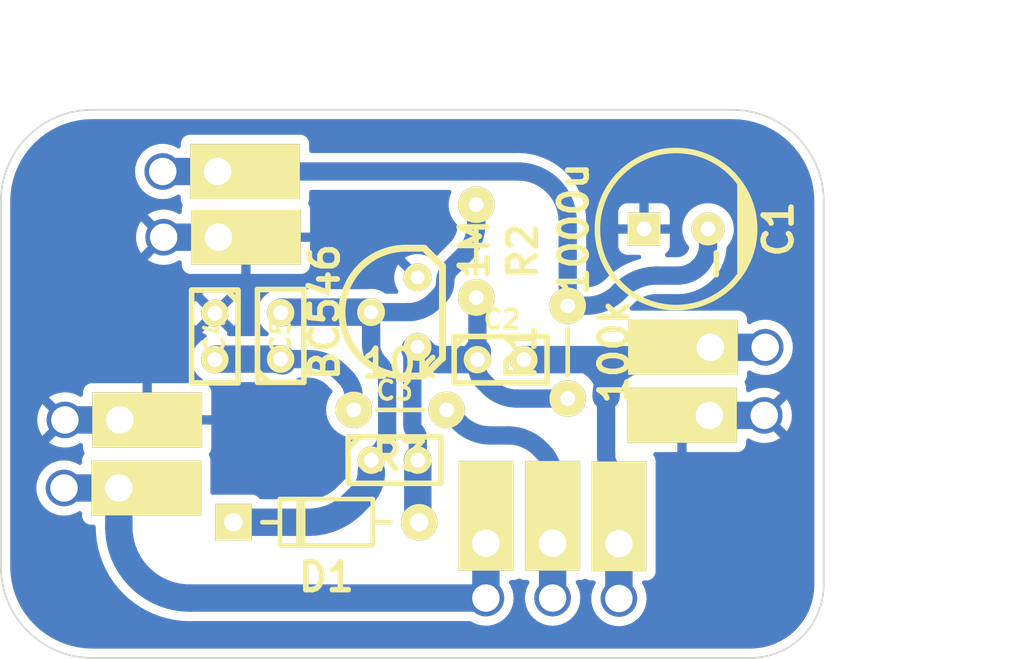
<source format=kicad_pcb>
(kicad_pcb (version 20211014) (generator pcbnew)
  (title_block (title "Distorder") (date "2022-09-23") (rev "0.1") (company "EEST N5") (comment 1 "Autor: Santiago Dal Degan"))
  (layers (0 "F.Cu" signal) (31 "B.Cu" signal) (34 "B.Paste" user) (35 "F.Paste" user) (36 "B.SilkS" user "B.Silkscreen") (37 "F.SilkS" user "F.Silkscreen") (38 "B.Mask" user) (39 "F.Mask" user) (44 "Edge.Cuts" user))
  (net 0 "")
  (net 1 "GND")
  (net 2 "VCC")
  (net 3 "Net-(C2-Pad1)")
  (net 4 "Net-(C2-Pad2)")
  (net 5 "Net-(C3-Pad1)")
  (net 6 "Net-(C4-Pad1)")
  (net 7 "Net-(J4-Pad1)")
  (net 8 "Net-(J7-Pad1)")
  (footprint "EESTN5:RES0.2" (layer "F.Cu") (at 147.665 79.4375)
    (fp_text reference "R3" (at 0 2.54) (layer "F.SilkS") (effects (font (size 1.524 1.524) (thickness 0.3048))))
    (fp_text value locked "10k" (at 0 -2.54) (layer "F.SilkS") (effects (font (size 1.524 1.524) (thickness 0.3048))))
    (fp_line (start -1.27 0) (end 1.27 0) (layer "F.SilkS") (width 0.254))
    (fp_circle (center -2.54 0) (end -2.159 0) (layer "F.SilkS") (width 0.3048) (fill none))
    (pad "1" thru_hole circle locked (at -2.54 0) (size 1.99898 1.99898) (drill 0.8001) (layers *.Cu *.Mask "F.SilkS") (net 6 "Net-(C4-Pad1)"))
    (pad "2" thru_hole circle locked (at 2.54 0) (size 1.99898 1.99898) (drill 0.8001) (layers *.Cu *.Mask "F.SilkS") (net 8 "Net-(J7-Pad1)"))
  )
  (footprint "EESTN5:Cable_Doble_1,5mm" (layer "F.Cu") (at 137.725 69.9875 90)
    (fp_text reference "J1" hide)
    (fp_text value "pw-" hide)
    (pad "1" thru_hole rect locked (at 0 0 90) (size 3 6) (drill 1.5 (offset 0 1.5)) (layers *.Cu "F.SilkS") (net 1 "GND"))
    (pad "1" thru_hole circle locked (at 0 -3 90) (size 2 2) (drill 1.5) (layers *.Cu *.Mask) (net 1 "GND"))
    (pad "1" thru_hole circle locked (at 0 0 90) (size 1.524 1.524) (drill 0.762) (layers *.Cu *.Mask) (net 1 "GND"))
  )
  (footprint "EESTN5:Cable_Doble_1,5mm" (layer "F.Cu") (at 164.575 79.7375 -90)
    (fp_text reference "J8" hide)
    (fp_text value "Out-" hide)
    (pad "1" thru_hole circle locked (at 0 -3 270) (size 2 2) (drill 1.5) (layers *.Cu *.Mask) (net 1 "GND"))
    (pad "1" thru_hole rect locked (at 0 0 270) (size 3 6) (drill 1.5 (offset 0 1.5)) (layers *.Cu "F.SilkS") (net 1 "GND"))
    (pad "1" thru_hole circle locked (at 0 0 270) (size 1.524 1.524) (drill 0.762) (layers *.Cu *.Mask) (net 1 "GND"))
  )
  (footprint "EESTN5:CAP_0.1" (layer "F.Cu") (at 153.155 76.6875)
    (fp_text reference "C2" (at 0.07 -2.2) (layer "F.SilkS") (effects (font (size 1.016 1.016) (thickness 0.2032))))
    (fp_text value "100n" hide)
    (fp_line (start 2.54 1.27) (end -2.54 1.27) (layer "F.SilkS") (width 0.3048))
    (fp_line (start -2.54 -0.635) (end -1.905 -1.27) (layer "F.SilkS") (width 0.3048))
    (fp_line (start -2.54 1.27) (end -2.54 -1.27) (layer "F.SilkS") (width 0.3048))
    (fp_line (start 2.54 -1.27) (end 2.54 1.27) (layer "F.SilkS") (width 0.3048))
    (fp_line (start -2.4892 -1.27) (end 2.54 -1.27) (layer "F.SilkS") (width 0.3048))
    (pad "1" thru_hole circle locked (at -1.27 0) (size 1.50114 1.50114) (drill 0.8001) (layers *.Cu *.Mask "F.SilkS") (net 3 "Net-(C2-Pad1)"))
    (pad "2" thru_hole circle locked (at 1.27 0) (size 1.50114 1.50114) (drill 0.8001) (layers *.Cu *.Mask "F.SilkS") (net 4 "Net-(C2-Pad2)"))
  )
  (footprint "EESTN5:Cable_Doble_1,5mm" (layer "F.Cu") (at 132.325 79.9875 90)
    (fp_text reference "J9" hide)
    (fp_text value "In-" hide)
    (pad "1" thru_hole circle locked (at 0 -3 90) (size 2 2) (drill 1.5) (layers *.Cu *.Mask) (net 1 "GND"))
    (pad "1" thru_hole circle locked (at 0 0 90) (size 1.524 1.524) (drill 0.762) (layers *.Cu *.Mask) (net 1 "GND"))
    (pad "1" thru_hole rect locked (at 0 0 90) (size 3 6) (drill 1.5 (offset 0 1.5)) (layers *.Cu "F.SilkS") (net 1 "GND"))
  )
  (footprint "EESTN5:CAP_0.1" (layer "F.Cu") (at 147.355 82.1875)
    (fp_text reference "C3" (at 0 -3.81) (layer "F.SilkS") (effects (font (size 1.016 1.016) (thickness 0.2032))))
    (fp_text value "47p" hide)
    (fp_line (start 2.54 -1.27) (end 2.54 1.27) (layer "F.SilkS") (width 0.3048))
    (fp_line (start -2.54 1.27) (end -2.54 -1.27) (layer "F.SilkS") (width 0.3048))
    (fp_line (start 2.54 1.27) (end -2.54 1.27) (layer "F.SilkS") (width 0.3048))
    (fp_line (start -2.54 -0.635) (end -1.905 -1.27) (layer "F.SilkS") (width 0.3048))
    (fp_line (start -2.4892 -1.27) (end 2.54 -1.27) (layer "F.SilkS") (width 0.3048))
    (pad "1" thru_hole circle locked (at -1.27 0) (size 1.50114 1.50114) (drill 0.8001) (layers *.Cu *.Mask "F.SilkS") (net 5 "Net-(C3-Pad1)"))
    (pad "2" thru_hole circle locked (at 1.27 0) (size 1.50114 1.50114) (drill 0.8001) (layers *.Cu *.Mask "F.SilkS") (net 3 "Net-(C2-Pad1)"))
  )
  (footprint "EESTN5:to92" (layer "F.Cu") (at 147.975 74.0875 90)
    (fp_text reference "Q1" hide)
    (fp_text value "BC546" (at 0 -4.445 90) (layer "F.SilkS") (effects (font (size 1.524 1.524) (thickness 0.3048))))
    (fp_line (start -2.5 2) (end -3.5 1) (layer "F.SilkS") (width 0.381))
    (fp_line (start 3.5 1) (end 3.5 0) (layer "F.SilkS") (width 0.381))
    (fp_line (start -3.5 1) (end -3.5 0) (layer "F.SilkS") (width 0.381))
    (fp_line (start 2.54 2) (end -2.54 2) (layer "F.SilkS") (width 0.381))
    (fp_line (start 2.5 2) (end 3.5 1) (layer "F.SilkS") (width 0.381))
    (fp_arc (start -3.5 0) (mid 0 -3.5) (end 3.5 0) (layer "F.SilkS") (width 0.381))
    (pad "1" thru_hole circle locked (at -1.905 0.635 90) (size 1.524 1.524) (drill 0.762) (layers *.Cu *.Mask "F.SilkS") (net 3 "Net-(C2-Pad1)"))
    (pad "2" thru_hole circle locked (at 0 -1.905 90) (size 1.524 1.524) (drill 0.762) (layers *.Cu *.Mask "F.SilkS") (net 5 "Net-(C3-Pad1)"))
    (pad "3" thru_hole circle locked (at 1.905 0.635 90) (size 1.524 1.524) (drill 0.762) (layers *.Cu *.Mask "F.SilkS") (net 1 "GND"))
  )
  (footprint "EESTN5:CAP_ELEC_8x11.5mm" (layer "F.Cu") (at 162.75 69.5375 -90)
    (fp_text reference "C1" (at 0 -5.6 90) (layer "F.SilkS") (effects (font (size 1.524 1.524) (thickness 0.3048))))
    (fp_text value "1000u" (at 0 5.6 90) (layer "F.SilkS") (effects (font (size 1.524 1.524) (thickness 0.3048))))
    (fp_line (start -2.4 -3.5) (end 2.4 -3.5) (layer "F.SilkS") (width 0.3048))
    (fp_line (start -0.8 -4.1) (end 0.9 -4.1) (layer "F.SilkS") (width 0.3048))
    (fp_line (start 1.3 -2.2) (end 2.5 -2.2) (layer "F.SilkS") (width 0.3))
    (fp_line (start -1.8 -3.7) (end 1.8 -3.7) (layer "F.SilkS") (width 0.3048))
    (fp_line (start -1.4 -3.9) (end 1.4 -3.9) (layer "F.SilkS") (width 0.3048))
    (fp_circle (center 0 0) (end -4.3 0) (layer "F.SilkS") (width 0.3048) (fill none))
    (pad "1" thru_hole rect locked (at 0 1.75 270) (size 1.8 1.8) (drill 0.8) (layers *.Cu *.Mask "F.SilkS") (net 1 "GND"))
    (pad "2" thru_hole circle locked (at 0 -1.75 270) (size 1.8 1.8) (drill 0.8) (layers *.Cu *.Mask "F.SilkS") (net 2 "VCC"))
  )
  (footprint "EESTN5:RES0.2" (layer "F.Cu") (at 156.825 76.2775 -90)
    (fp_text reference "R1" (at 0 2.54 90) (layer "F.SilkS") (effects (font (size 1.524 1.524) (thickness 0.3048))))
    (fp_text value "100k" (at 0 -2.54 90) (layer "F.SilkS") (effects (font (size 1.524 1.524) (thickness 0.3048))))
    (fp_line (start -1.27 0) (end 1.27 0) (layer "F.SilkS") (width 0.254))
    (fp_circle (center -2.54 0) (end -2.159 0) (layer "F.SilkS") (width 0.3048) (fill none))
    (pad "1" thru_hole circle locked (at -2.54 0 270) (size 1.99898 1.99898) (drill 0.8001) (layers *.Cu *.Mask "F.SilkS") (net 2 "VCC"))
    (pad "2" thru_hole circle locked (at 2.54 0 270) (size 1.99898 1.99898) (drill 0.8001) (layers *.Cu *.Mask "F.SilkS") (net 3 "Net-(C2-Pad1)"))
  )
  (footprint "EESTN5:CAP_0.1" (layer "F.Cu") (at 141.125 75.3875 90)
    (fp_text reference "C4" (at 0 -3.6 90) (layer "F.SilkS") (effects (font (size 1.016 1.016) (thickness 0.2032))))
    (fp_text value "150n" hide)
    (fp_line (start 2.54 1.27) (end -2.54 1.27) (layer "F.SilkS") (width 0.3048))
    (fp_line (start 2.54 -1.27) (end 2.54 1.27) (layer "F.SilkS") (width 0.3048))
    (fp_line (start -2.54 1.27) (end -2.54 -1.27) (layer "F.SilkS") (width 0.3048))
    (fp_line (start -2.54 -0.635) (end -1.905 -1.27) (layer "F.SilkS") (width 0.3048))
    (fp_line (start -2.4892 -1.27) (end 2.54 -1.27) (layer "F.SilkS") (width 0.3048))
    (pad "1" thru_hole circle locked (at -1.27 0 90) (size 1.50114 1.50114) (drill 0.8001) (layers *.Cu *.Mask "F.SilkS") (net 6 "Net-(C4-Pad1)"))
    (pad "2" thru_hole circle locked (at 1.27 0 90) (size 1.50114 1.50114) (drill 0.8001) (layers *.Cu *.Mask "F.SilkS") (net 5 "Net-(C3-Pad1)"))
  )
  (footprint "EESTN5:Cable_Doble_1,5mm" (layer "F.Cu") (at 132.275 83.7125 90)
    (fp_text reference "J4" hide)
    (fp_text value "In+" hide)
    (pad "1" thru_hole rect locked (at 0 0 90) (size 3 6) (drill 1.5 (offset 0 1.5)) (layers *.Cu "F.SilkS") (net 7 "Net-(J4-Pad1)"))
    (pad "1" thru_hole circle locked (at 0 -3 90) (size 2 2) (drill 1.5) (layers *.Cu *.Mask) (net 7 "Net-(J4-Pad1)"))
    (pad "1" thru_hole circle locked (at 0 0 90) (size 1.524 1.524) (drill 0.762) (layers *.Cu *.Mask) (net 7 "Net-(J4-Pad1)"))
  )
  (footprint "EESTN5:RES0.2" (layer "F.Cu") (at 151.825 70.7475 90)
    (fp_text reference "R2" (at 0 2.54 90) (layer "F.SilkS") (effects (font (size 1.524 1.524) (thickness 0.3048))))
    (fp_text value "1M" (at 0.09 -0.1 90) (layer "F.SilkS") (effects (font (size 1.524 1.524) (thickness 0.3048))))
    (fp_line (start -1.27 0) (end 1.27 0) (layer "F.SilkS") (width 0.254))
    (fp_circle (center -2.54 0) (end -2.159 0) (layer "F.SilkS") (width 0.3048) (fill none))
    (pad "1" thru_hole circle locked (at -2.54 0 90) (size 1.99898 1.99898) (drill 0.8001) (layers *.Cu *.Mask "F.SilkS") (net 3 "Net-(C2-Pad1)"))
    (pad "2" thru_hole circle locked (at 2.54 0 90) (size 1.99898 1.99898) (drill 0.8001) (layers *.Cu *.Mask "F.SilkS") (net 5 "Net-(C3-Pad1)"))
  )
  (footprint "EESTN5:Cable_Doble_1,5mm" (layer "F.Cu") (at 159.625 86.7625 180)
    (fp_text reference "J6" hide)
    (fp_text value "Switch" hide)
    (pad "1" thru_hole rect locked (at 0 0 180) (size 3 6) (drill 1.5 (offset 0 1.5)) (layers *.Cu "F.SilkS") (net 4 "Net-(C2-Pad2)"))
    (pad "1" thru_hole circle locked (at 0 -3 180) (size 2 2) (drill 1.5) (layers *.Cu *.Mask) (net 4 "Net-(C2-Pad2)"))
    (pad "1" thru_hole circle locked (at 0 0 180) (size 1.524 1.524) (drill 0.762) (layers *.Cu *.Mask) (net 4 "Net-(C2-Pad2)"))
  )
  (footprint "EESTN5:Cable_Doble_1,5mm" (layer "F.Cu") (at 156 86.7375 180)
    (fp_text reference "J7" hide)
    (fp_text value "Switch" hide)
    (pad "1" thru_hole circle locked (at 0 0 180) (size 1.524 1.524) (drill 0.762) (layers *.Cu *.Mask) (net 8 "Net-(J7-Pad1)"))
    (pad "1" thru_hole circle locked (at 0 -3 180) (size 2 2) (drill 1.5) (layers *.Cu *.Mask) (net 8 "Net-(J7-Pad1)"))
    (pad "1" thru_hole rect locked (at 0 0 180) (size 3 6) (drill 1.5 (offset 0 1.5)) (layers *.Cu "F.SilkS") (net 8 "Net-(J7-Pad1)"))
  )
  (footprint "EESTN5:Cable_Doble_1,5mm" (layer "F.Cu") (at 137.675 66.3875 90)
    (fp_text reference "J2" hide)
    (fp_text value "pw+" hide)
    (pad "1" thru_hole circle locked (at 0 0 90) (size 1.524 1.524) (drill 0.762) (layers *.Cu *.Mask) (net 2 "VCC"))
    (pad "1" thru_hole circle locked (at 0 -3 90) (size 2 2) (drill 1.5) (layers *.Cu *.Mask) (net 2 "VCC"))
    (pad "1" thru_hole rect locked (at 0 0 90) (size 3 6) (drill 1.5 (offset 0 1.5)) (layers *.Cu "F.SilkS") (net 2 "VCC"))
  )
  (footprint "EESTN5:Cable_Doble_1,5mm" (layer "F.Cu") (at 164.625 76.0125 -90)
    (fp_text reference "J3" hide)
    (fp_text value "Out+" hide)
    (pad "1" thru_hole rect locked (at 0 0 270) (size 3 6) (drill 1.5 (offset 0 1.5)) (layers *.Cu "F.SilkS") (net 4 "Net-(C2-Pad2)"))
    (pad "1" thru_hole circle locked (at 0 0 270) (size 1.524 1.524) (drill 0.762) (layers *.Cu *.Mask) (net 4 "Net-(C2-Pad2)"))
    (pad "1" thru_hole circle locked (at 0 -3 270) (size 2 2) (drill 1.5) (layers *.Cu *.Mask) (net 4 "Net-(C2-Pad2)"))
  )
  (footprint "EESTN5:CAP_0.1" (layer "F.Cu") (at 137.525 75.4175 -90)
    (fp_text reference "C5" (at -0.03 -3.6 90) (layer "F.SilkS") (effects (font (size 1.016 1.016) (thickness 0.2032))))
    (fp_text value "180p" hide)
    (fp_line (start -2.4892 -1.27) (end 2.54 -1.27) (layer "F.SilkS") (width 0.3048))
    (fp_line (start 2.54 -1.27) (end 2.54 1.27) (layer "F.SilkS") (width 0.3048))
    (fp_line (start -2.54 1.27) (end -2.54 -1.27) (layer "F.SilkS") (width 0.3048))
    (fp_line (start 2.54 1.27) (end -2.54 1.27) (layer "F.SilkS") (width 0.3048))
    (fp_line (start -2.54 -0.635) (end -1.905 -1.27) (layer "F.SilkS") (width 0.3048))
    (pad "1" thru_hole circle locked (at -1.27 0 270) (size 1.50114 1.50114) (drill 0.8001) (layers *.Cu *.Mask "F.SilkS") (net 1 "GND"))
    (pad "2" thru_hole circle locked (at 1.27 0 270) (size 1.50114 1.50114) (drill 0.8001) (layers *.Cu *.Mask "F.SilkS") (net 6 "Net-(C4-Pad1)"))
  )
  (footprint "EESTN5:Cable_Doble_1,5mm" (layer "F.Cu") (at 152.35 86.7375 180)
    (fp_text reference "J5" hide)
    (fp_text value "Switch Mid" hide)
    (pad "1" thru_hole rect locked (at 0 0 180) (size 3 6) (drill 1.5 (offset 0 1.5)) (layers *.Cu "F.SilkS") (net 7 "Net-(J4-Pad1)"))
    (pad "1" thru_hole circle locked (at 0 0 180) (size 1.524 1.524) (drill 0.762) (layers *.Cu *.Mask) (net 7 "Net-(J4-Pad1)"))
    (pad "1" thru_hole circle locked (at 0 -3 180) (size 2 2) (drill 1.5) (layers *.Cu *.Mask) (net 7 "Net-(J4-Pad1)"))
  )
  (footprint "EESTN5:DO-41" (layer "F.Cu") (at 143.625 85.5875 180)
    (fp_text reference "D1" (at 0 -3) (layer "F.SilkS") (effects (font (size 1.524 1.524) (thickness 0.3048))))
    (fp_text value "1n4007" hide)
    (fp_line (start 3.5 0) (end 2.54 0) (layer "F.SilkS") (width 0.254))
    (fp_line (start -2.54 -1.27) (end -2.54 1.27) (layer "F.SilkS") (width 0.254))
    (fp_line (start 1.27 -1.27) (end 1.27 1.27) (layer "F.SilkS") (width 0.254))
    (fp_line (start 2.54 -1.27) (end 2.54 1.27) (layer "F.SilkS") (width 0.254))
    (fp_line (start -2.54 -1.27) (end 2.54 -1.27) (layer "F.SilkS") (width 0.254))
    (fp_line (start 2.54 1.27) (end -2.54 1.27) (layer "F.SilkS") (width 0.254))
    (fp_line (start 1.524 1.27) (end 1.524 -1.27) (layer "F.SilkS") (width 0.254))
    (fp_line (start -2.54 0) (end -3.5 0) (layer "F.SilkS") (width 0.254))
    (pad "1" thru_hole circle locked (at -5.08 0 180) (size 1.99898 1.99898) (drill 1.00076) (layers *.Cu *.Mask "F.SilkS") (net 3 "Net-(C2-Pad1)"))
    (pad "2" thru_hole rect locked (at 5.08 0 180) (size 1.99898 1.99898) (drill 1.00076) (layers *.Cu *.Mask "F.SilkS") (net 5 "Net-(C3-Pad1)"))
  )
  (gr_line (start 165.825 63.0125) (end 130.825 63.0125) (layer "Edge.Cuts") (width 0.1))
  (gr_line (start 130.825 93.0125) (end 166.825 93.0125) (layer "Edge.Cuts") (width 0.1))
  (gr_arc (start 130.825 93.0125) (mid 127.289466 91.548034) (end 125.825 88.0125) (layer "Edge.Cuts") (width 0.1))
  (gr_arc (start 165.825 63.0125) (mid 169.360534 64.476966) (end 170.825 68.0125) (layer "Edge.Cuts") (width 0.1))
  (gr_arc (start 125.825 68.0125) (mid 127.289466 64.476966) (end 130.825 63.0125) (layer "Edge.Cuts") (width 0.1))
  (gr_arc (start 170.825 89.0125) (mid 169.653427 91.840927) (end 166.825 93.0125) (layer "Edge.Cuts") (width 0.1))
  (gr_line (start 125.825 68.0125) (end 125.825 88.0125) (layer "Edge.Cuts") (width 0.1))
  (gr_line (start 170.825 68.0125) (end 170.825 89.0125) (layer "Edge.Cuts") (width 0.1))
  (segment (start 132.300251 79.9875) (end 129.325 79.9875) (width 1.5) (layer "B.Cu") (net 1))
  (segment (start 132.3425 80.005) (end 132.36 80.0225) (width 1.5) (layer "B.Cu") (net 1))
  (segment (start 167.575 79.7375) (end 164.575 79.7375) (width 1.5) (layer "B.Cu") (net 1))
  (segment (start 134.725 69.9875) (end 137.725 69.9875) (width 1.5) (layer "B.Cu") (net 1))
  (arc (start 132.3425 80.005) (mid 132.323116 79.992048) (end 132.300251 79.9875) (width 1.5) (layer "B.Cu") (net 1))
  (segment (start 156.825 73.7375) (end 157.85 73.7375) (width 1) (layer "B.Cu") (net 2))
  (segment (start 159.599784 73.012715) (end 159.7 72.9125) (width 1) (layer "B.Cu") (net 2))
  (segment (start 137.675 66.3875) (end 154.093629 66.3875) (width 1) (layer "B.Cu") (net 2))
  (segment (start 137.675 66.3875) (end 134.675 66.3875) (width 1.5) (layer "B.Cu") (net 2))
  (segment (start 156.825 69.11887) (end 156.825 73.7375) (width 1) (layer "B.Cu") (net 2))
  (segment (start 164.5 70.42307) (end 164.5 69.5375) (width 1) (layer "B.Cu") (net 2))
  (segment (start 161.691726 72.0875) (end 162.83557 72.0875) (width 1) (layer "B.Cu") (net 2))
  (arc (start 164.5 70.42307) (mid 164.373302 71.06002) (end 164.0125 71.6) (width 1) (layer "B.Cu") (net 2))
  (arc (start 156.025 67.1875) (mid 155.138879 66.595413) (end 154.093629 66.3875) (width 1) (layer "B.Cu") (net 2))
  (arc (start 161.691726 72.0875) (mid 160.613811 72.30191) (end 159.7 72.9125) (width 1) (layer "B.Cu") (net 2))
  (arc (start 164.0125 71.6) (mid 163.47252 71.960802) (end 162.83557 72.0875) (width 1) (layer "B.Cu") (net 2))
  (arc (start 159.599784 73.012715) (mid 158.796976 73.549134) (end 157.85 73.7375) (width 1) (layer "B.Cu") (net 2))
  (arc (start 156.825 69.11887) (mid 156.617086 68.07362) (end 156.025 67.1875) (width 1) (layer "B.Cu") (net 2))
  (segment (start 152.189055 77.851555) (end 152.52 78.1825) (width 1) (layer "B.Cu") (net 3))
  (segment (start 148.625 82.176893) (end 148.625 82.198106) (width 1) (layer "B.Cu") (net 3))
  (segment (start 151.455 76.6875) (end 149.796439 76.6875) (width 1.5) (layer "B.Cu") (net 3))
  (segment (start 148.665 85.5475) (end 148.705 85.5875) (width 1.5) (layer "B.Cu") (net 3))
  (segment (start 154.053025 78.8175) (end 156.825 78.8175) (width 1) (layer "B.Cu") (net 3))
  (segment (start 148.6175 82.18) (end 148.61 82.1725) (width 1.5) (layer "B.Cu") (net 3))
  (segment (start 148.325 76.479025) (end 148.325 80.250367) (width 1) (layer "B.Cu") (net 3))
  (segment (start 148.9575 76.34) (end 148.7525 76.135) (width 1.5) (layer "B.Cu") (net 3))
  (segment (start 151.855 73.3175) (end 151.825 73.2875) (width 1) (layer "B.Cu") (net 3))
  (segment (start 148.625 80.974632) (end 148.625 82.176893) (width 1) (layer "B.Cu") (net 3))
  (segment (start 148.625 82.198106) (end 148.625 85.450931) (width 1.5) (layer "B.Cu") (net 3))
  (segment (start 151.885 76.2575) (end 151.885 77.1175) (width 1) (layer "B.Cu") (net 3))
  (segment (start 151.885 73.389926) (end 151.885 76.2575) (width 1) (layer "B.Cu") (net 3))
  (arc (start 151.455 76.6875) (mid 151.759055 76.561555) (end 151.885 76.2575) (width 1.5) (layer "B.Cu") (net 3))
  (arc (start 148.4675 76.135) (mid 148.61 76.075974) (end 148.7525 76.135) (width 1.5) (layer "B.Cu") (net 3))
  (arc (start 151.455 76.6875) (mid 151.759055 76.813444) (end 151.885 77.1175) (width 1) (layer "B.Cu") (net 3))
  (arc (start 154.053025 78.8175) (mid 153.223357 78.652468) (end 152.52 78.1825) (width 1) (layer "B.Cu") (net 3))
  (arc (start 151.855 73.3175) (mid 151.877203 73.350729) (end 151.885 73.389926) (width 1) (layer "B.Cu") (net 3))
  (arc (start 148.475 80.6125) (mid 148.363983 80.446352) (end 148.325 80.250367) (width 1) (layer "B.Cu") (net 3))
  (arc (start 148.6175 82.18) (mid 148.622287 82.180952) (end 148.625 82.176893) (width 1.5) (layer "B.Cu") (net 3))
  (arc (start 148.9575 76.34) (mid 149.342408 76.597187) (end 149.796439 76.6875) (width 1.5) (layer "B.Cu") (net 3))
  (arc (start 148.6175 82.18) (mid 148.62305 82.188307) (end 148.625 82.198106) (width 1.5) (layer "B.Cu") (net 3))
  (arc (start 148.625 80.974632) (mid 148.586016 80.778647) (end 148.475 80.6125) (width 1) (layer "B.Cu") (net 3))
  (arc (start 148.665 85.5475) (mid 148.635395 85.503193) (end 148.625 85.450931) (width 1.5) (layer "B.Cu") (net 3))
  (arc (start 148.325 76.479025) (mid 148.362034 76.29284) (end 148.4675 76.135) (width 1) (layer "B.Cu") (net 3))
  (arc (start 151.885 77.1175) (mid 151.964021 77.514767) (end 152.189055 77.851555) (width 1) (layer "B.Cu") (net 3))
  (segment (start 159.625 83.7625) (end 159.625 83.425) (width 1) (layer "B.Cu") (net 4))
  (segment (start 156.675 76.6875) (end 154.425 76.6875) (width 1.5) (layer "B.Cu") (net 4))
  (segment (start 164.6125 76) (end 164.6 75.9875) (width 1.5) (layer "B.Cu") (net 4))
  (segment (start 159.625 83.7625) (end 159.625 84.4375) (width 1) (layer "B.Cu") (net 4))
  (segment (start 160.924998 76.6875) (end 163.472702 76.6875) (width 1.5) (layer "B.Cu") (net 4))
  (segment (start 159.275 82.7375) (end 159.386351 82.848851) (width 1) (layer "B.Cu") (net 4))
  (segment (start 164.2875 76.35) (end 164.6125 76.025) (width 1.5) (layer "B.Cu") (net 4))
  (segment (start 159.625 86.7625) (end 159.625 89.7625) (width 1.5) (layer "B.Cu") (net 4))
  (segment (start 164.642677 76.0125) (end 167.625 76.0125) (width 1.5) (layer "B.Cu") (net 4))
  (segment (start 156.675 76.6875) (end 160.924998 76.6875) (width 1.5) (layer "B.Cu") (net 4))
  (segment (start 159.625 84.4375) (end 159.625 86.7625) (width 1.5) (layer "B.Cu") (net 4))
  (segment (start 158.925 78.687498) (end 158.925 81.892525) (width 1) (layer "B.Cu") (net 4))
  (arc (start 159.386351 82.848851) (mid 159.562977 83.11319) (end 159.625 83.425) (width 1) (layer "B.Cu") (net 4))
  (arc (start 164.642677 76.0125) (mid 164.626345 76.009251) (end 164.6125 76) (width 1.5) (layer "B.Cu") (net 4))
  (arc (start 158.925 78.687498) (mid 158.26599 77.273285) (end 156.675 76.6875) (width 1) (layer "B.Cu") (net 4))
  (arc (start 158.925 78.687498) (mid 159.510785 77.273285) (end 160.924998 76.6875) (width 1.5) (layer "B.Cu") (net 4))
  (arc (start 164.6125 76) (mid 164.617677 76.0125) (end 164.6125 76.025) (width 1.5) (layer "B.Cu") (net 4))
  (arc (start 159.275 82.7375) (mid 159.015962 82.349822) (end 158.925 81.892525) (width 1) (layer "B.Cu") (net 4))
  (arc (start 164.2875 76.35) (mid 163.913667 76.599786) (end 163.472702 76.6875) (width 1.5) (layer "B.Cu") (net 4))
  (arc (start 164.642677 76.0125) (mid 164.626345 76.015748) (end 164.6125 76.025) (width 1.5) (layer "B.Cu") (net 4))
  (segment (start 146.0725 74.085) (end 146.075 74.0825) (width 1.5) (layer "B.Cu") (net 5))
  (segment (start 149.524999 73.487499) (end 149.806801 73.205698) (width 1) (layer "B.Cu") (net 5))
  (segment (start 151.089608 71.02289) (end 150.443198 71.669301) (width 1) (layer "B.Cu") (net 5))
  (segment (start 148.076471 74.0875) (end 146.073535 74.0875) (width 1) (layer "B.Cu") (net 5))
  (segment (start 141.14 74.1025) (end 141.125 74.1175) (width 1.5) (layer "B.Cu") (net 5))
  (segment (start 145.079999 84.582499) (end 145.59356 84.068939) (width 1.5) (layer "B.Cu") (net 5))
  (segment (start 142.653715 85.5875) (end 138.545 85.5875) (width 1.5) (layer "B.Cu") (net 5))
  (segment (start 146.085 82.799147) (end 146.085 82.8825) (width 1.5) (layer "B.Cu") (net 5))
  (segment (start 146.0725 74.09) (end 146.085 74.1025) (width 1.5) (layer "B.Cu") (net 5))
  (segment (start 146.07 74.091035) (end 146.07 75.835246) (width 1) (layer "B.Cu") (net 5))
  (segment (start 146.95 77.959753) (end 146.95 80.710852) (width 1) (layer "B.Cu") (net 5))
  (segment (start 151.825 69.2475) (end 151.825 68.2075) (width 1) (layer "B.Cu") (net 5))
  (segment (start 146.066464 74.0875) (end 141.176213 74.0875) (width 1.5) (layer "B.Cu") (net 5))
  (arc (start 146.0725 74.09) (mid 146.072182 74.088404) (end 146.073535 74.0875) (width 1) (layer "B.Cu") (net 5))
  (arc (start 146.066464 74.0875) (mid 146.06973 74.08685) (end 146.0725 74.085) (width 1.5) (layer "B.Cu") (net 5))
  (arc (start 151.089608 71.02289) (mid 151.633877 70.208334) (end 151.825 69.2475) (width 1) (layer "B.Cu") (net 5))
  (arc (start 146.0725 74.09) (mid 146.070904 74.089682) (end 146.07 74.091035) (width 1.5) (layer "B.Cu") (net 5))
  (arc (start 146.066464 74.0875) (mid 146.068964 74.088535) (end 146.07 74.091035) (width 1) (layer "B.Cu") (net 5))
  (arc (start 146.95 80.710852) (mid 146.837596 81.27594) (end 146.5175 81.755) (width 1) (layer "B.Cu") (net 5))
  (arc (start 150.125 72.4375) (mid 150.042302 72.853245) (end 149.806801 73.205698) (width 1) (layer "B.Cu") (net 5))
  (arc (start 145.079999 84.582499) (mid 143.96681 85.326308) (end 142.653715 85.5875) (width 1.5) (layer "B.Cu") (net 5))
  (arc (start 146.0725 74.085) (mid 146.072182 74.086595) (end 146.073535 74.0875) (width 1.5) (layer "B.Cu") (net 5))
  (arc (start 146.085 82.799147) (mid 146.197403 82.234058) (end 146.5175 81.755) (width 1) (layer "B.Cu") (net 5))
  (arc (start 146.95 77.959753) (mid 146.835647 77.384866) (end 146.51 76.8975) (width 1) (layer "B.Cu") (net 5))
  (arc (start 149.524999 73.487499) (mid 148.860409 73.931564) (end 148.076471 74.0875) (width 1) (layer "B.Cu") (net 5))
  (arc (start 146.51 76.8975) (mid 146.184352 76.410133) (end 146.07 75.835246) (width 1) (layer "B.Cu") (net 5))
  (arc (start 146.085 82.8825) (mid 145.957278 83.524596) (end 145.59356 84.068939) (width 1.5) (layer "B.Cu") (net 5))
  (arc (start 141.176213 74.0875) (mid 141.156614 74.091398) (end 141.14 74.1025) (width 1.5) (layer "B.Cu") (net 5))
  (arc (start 150.443198 71.669301) (mid 150.207696 72.021753) (end 150.125 72.4375) (width 1) (layer "B.Cu") (net 5))
  (segment (start 141.175 76.7075) (end 141.225 76.7575) (width 1.5) (layer "B.Cu") (net 6))
  (segment (start 137.576213 76.6575) (end 141.054289 76.6575) (width 1.5) (layer "B.Cu") (net 6))
  (segment (start 141.19571 76.6575) (end 141.054289 76.6575) (width 1.5) (layer "B.Cu") (net 6))
  (segment (start 137.54 76.6725) (end 137.525 76.6875) (width 1.5) (layer "B.Cu") (net 6))
  (segment (start 145.125 78.775) (end 145.125 79.4375) (width 1) (layer "B.Cu") (net 6))
  (segment (start 142.641159 76.6575) (end 141.19571 76.6575) (width 1) (layer "B.Cu") (net 6))
  (segment (start 144.656541 77.644041) (end 144.3975 77.385) (width 1) (layer "B.Cu") (net 6))
  (arc (start 141.175 76.7075) (mid 141.119617 76.670494) (end 141.054289 76.6575) (width 1.5) (layer "B.Cu") (net 6))
  (arc (start 137.576213 76.6575) (mid 137.556614 76.661398) (end 137.54 76.6725) (width 1.5) (layer "B.Cu") (net 6))
  (arc (start 141.175 76.7075) (mid 141.16865 76.67558) (end 141.19571 76.6575) (width 1) (layer "B.Cu") (net 6))
  (arc (start 142.641159 76.6575) (mid 143.591684 76.846571) (end 144.3975 77.385) (width 1) (layer "B.Cu") (net 6))
  (arc (start 144.656541 77.644041) (mid 145.003251 78.162929) (end 145.125 78.775) (width 1) (layer "B.Cu") (net 6))
  (segment (start 136.158667 89.7375) (end 152.35 89.7375) (width 1.5) (layer "B.Cu") (net 7))
  (segment (start 152.35 86.7375) (end 152.35 83.7375) (width 1.5) (layer "B.Cu") (net 7))
  (segment (start 132.275 83.7125) (end 129.275 83.7125) (width 1.5) (layer "B.Cu") (net 7))
  (segment (start 152.35 86.7375) (end 152.35 88.0625) (width 1) (layer "B.Cu") (net 7))
  (segment (start 132.275 83.7125) (end 132.275 85.853832) (width 1.5) (layer "B.Cu") (net 7))
  (segment (start 152.35 86.7375) (end 152.35 89.7375) (width 1.5) (layer "B.Cu") (net 7))
  (arc (start 132.275 85.853832) (mid 132.570626 87.340047) (end 133.4125 88.6) (width 1.5) (layer "B.Cu") (net 7))
  (arc (start 133.4125 88.6) (mid 134.672452 89.441873) (end 136.158667 89.7375) (width 1.5) (layer "B.Cu") (net 7))
  (segment (start 150.905 80.1375) (end 150.205 79.4375) (width 1) (layer "B.Cu") (net 8))
  (segment (start 156 86.7375) (end 156 85.2125) (width 1.5) (layer "B.Cu") (net 8))
  (segment (start 156 86.7375) (end 156 89.7375) (width 1.5) (layer "B.Cu") (net 8))
  (segment (start 155.2875 81.55) (end 155.478508 81.741008) (width 1) (layer "B.Cu") (net 8))
  (segment (start 156 83.7375) (end 156 83) (width 1) (layer "B.Cu") (net 8))
  (segment (start 156 83.7375) (end 156 85.2125) (width 1) (layer "B.Cu") (net 8))
  (segment (start 153.567372 80.8375) (end 152.594949 80.8375) (width 1) (layer "B.Cu") (net 8))
  (arc (start 155.2875 81.55) (mid 154.498298 81.022672) (end 153.567372 80.8375) (width 1) (layer "B.Cu") (net 8))
  (arc (start 150.905 80.1375) (mid 151.680355 80.655575) (end 152.594949 80.8375) (width 1) (layer "B.Cu") (net 8))
  (arc (start 155.478508 81.741008) (mid 155.864468 82.318638) (end 156 83) (width 1) (layer "B.Cu") (net 8))
  (zone (net 1) (net_name "GND") (layer "B.Cu") (connect_pads (clearance 0.508)) (min_thickness 0.254) (fill yes (thermal_gap 0.508) (thermal_bridge_width 0.508))
    (polygon (pts (xy 170.825 93.0125) (xy 125.825 93.0125) (xy 125.825 63.0125) (xy 170.825 63.0125)))
  )
)
</source>
